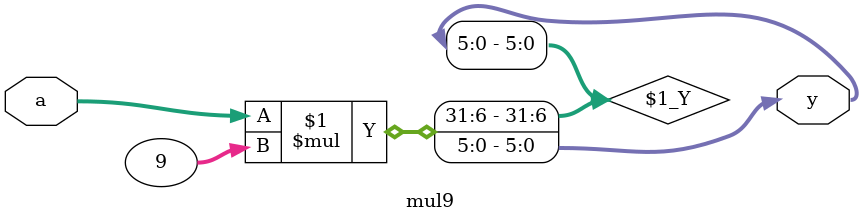
<source format=v>
module mul9(
	input [2:0] a,
	output [5:0] y
);

assign y = a * 9;

endmodule

</source>
